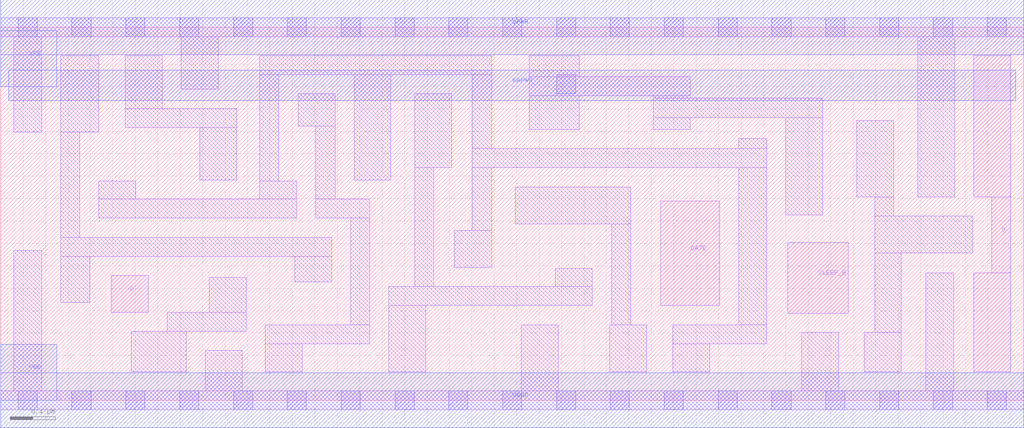
<source format=lef>
# Copyright 2020 The SkyWater PDK Authors
#
# Licensed under the Apache License, Version 2.0 (the "License");
# you may not use this file except in compliance with the License.
# You may obtain a copy of the License at
#
#     https://www.apache.org/licenses/LICENSE-2.0
#
# Unless required by applicable law or agreed to in writing, software
# distributed under the License is distributed on an "AS IS" BASIS,
# WITHOUT WARRANTIES OR CONDITIONS OF ANY KIND, either express or implied.
# See the License for the specific language governing permissions and
# limitations under the License.
#
# SPDX-License-Identifier: Apache-2.0

VERSION 5.5 ;
NAMESCASESENSITIVE ON ;
BUSBITCHARS "[]" ;
DIVIDERCHAR "/" ;
MACRO sky130_fd_sc_lp__srdlxtp_1
  CLASS CORE ;
  SOURCE USER ;
  ORIGIN  0.000000  0.000000 ;
  SIZE  9.120000 BY  3.330000 ;
  SYMMETRY X Y R90 ;
  SITE unit ;
  PIN D
    ANTENNAGATEAREA  0.159000 ;
    DIRECTION INPUT ;
    USE SIGNAL ;
    PORT
      LAYER li1 ;
        RECT 0.985000 0.785000 1.315000 1.115000 ;
    END
  END D
  PIN Q
    ANTENNADIFFAREA  0.598500 ;
    DIRECTION OUTPUT ;
    USE SIGNAL ;
    PORT
      LAYER li1 ;
        RECT 8.675000 0.255000 9.005000 1.135000 ;
        RECT 8.675000 1.815000 9.005000 3.075000 ;
        RECT 8.835000 1.135000 9.005000 1.815000 ;
    END
  END Q
  PIN SLEEP_B
    ANTENNAGATEAREA  0.222000 ;
    DIRECTION INPUT ;
    USE SIGNAL ;
    PORT
      LAYER li1 ;
        RECT 7.015000 0.775000 7.555000 1.410000 ;
    END
  END SLEEP_B
  PIN GATE
    ANTENNAGATEAREA  0.159000 ;
    DIRECTION INPUT ;
    USE CLOCK ;
    PORT
      LAYER li1 ;
        RECT 5.885000 0.845000 6.410000 1.780000 ;
    END
  END GATE
  PIN KAPWR
    ANTENNADIFFAREA  0.867600 ;
    DIRECTION INOUT ;
    USE POWER ;
    PORT
      LAYER met1 ;
        RECT 0.070000 2.675000 9.050000 2.945000 ;
    END
  END KAPWR
  PIN VGND
    DIRECTION INOUT ;
    USE GROUND ;
    PORT
      LAYER met1 ;
        RECT 0.000000 -0.245000 9.120000 0.245000 ;
    END
  END VGND
  PIN VNB
    DIRECTION INOUT ;
    USE GROUND ;
    PORT
      LAYER met1 ;
        RECT 0.000000 0.000000 0.500000 0.500000 ;
    END
  END VNB
  PIN VPB
    DIRECTION INOUT ;
    USE POWER ;
    PORT
      LAYER met1 ;
        RECT 0.000000 2.800000 0.500000 3.300000 ;
    END
  END VPB
  PIN VPWR
    DIRECTION INOUT ;
    USE POWER ;
    PORT
      LAYER met1 ;
        RECT 0.000000 3.085000 9.120000 3.575000 ;
    END
  END VPWR
  OBS
    LAYER li1 ;
      RECT 0.000000 -0.085000 9.120000 0.085000 ;
      RECT 0.000000  3.245000 9.120000 3.415000 ;
      RECT 0.115000  0.085000 0.365000 1.335000 ;
      RECT 0.115000  2.395000 0.365000 3.245000 ;
      RECT 0.535000  0.875000 0.795000 1.285000 ;
      RECT 0.535000  1.285000 2.950000 1.455000 ;
      RECT 0.535000  1.455000 0.705000 2.395000 ;
      RECT 0.535000  2.395000 0.875000 3.075000 ;
      RECT 0.875000  1.625000 2.640000 1.795000 ;
      RECT 0.875000  1.795000 1.205000 1.955000 ;
      RECT 1.110000  2.435000 2.105000 2.605000 ;
      RECT 1.110000  2.605000 1.440000 3.075000 ;
      RECT 1.165000  0.255000 1.655000 0.615000 ;
      RECT 1.485000  0.615000 2.190000 0.785000 ;
      RECT 1.610000  2.775000 1.940000 3.245000 ;
      RECT 1.775000  1.965000 2.105000 2.435000 ;
      RECT 1.825000  0.085000 2.155000 0.445000 ;
      RECT 1.860000  0.785000 2.190000 1.095000 ;
      RECT 2.310000  1.795000 2.640000 1.955000 ;
      RECT 2.310000  1.955000 2.480000 2.905000 ;
      RECT 2.310000  2.905000 4.375000 3.075000 ;
      RECT 2.360000  0.255000 2.690000 0.505000 ;
      RECT 2.360000  0.505000 3.290000 0.675000 ;
      RECT 2.620000  1.055000 2.950000 1.285000 ;
      RECT 2.650000  2.445000 2.980000 2.735000 ;
      RECT 2.810000  1.625000 3.290000 1.795000 ;
      RECT 2.810000  1.795000 2.980000 2.445000 ;
      RECT 3.120000  0.675000 3.290000 1.625000 ;
      RECT 3.150000  1.965000 3.475000 2.905000 ;
      RECT 3.460000  0.255000 3.790000 0.845000 ;
      RECT 3.460000  0.845000 5.275000 1.015000 ;
      RECT 3.690000  1.015000 3.860000 2.075000 ;
      RECT 3.690000  2.075000 4.020000 2.735000 ;
      RECT 4.045000  1.185000 4.375000 1.515000 ;
      RECT 4.205000  1.515000 4.375000 2.075000 ;
      RECT 4.205000  2.075000 6.830000 2.245000 ;
      RECT 4.205000  2.245000 4.375000 2.905000 ;
      RECT 4.585000  1.575000 5.615000 1.905000 ;
      RECT 4.640000  0.085000 4.970000 0.675000 ;
      RECT 4.710000  2.415000 5.155000 2.720000 ;
      RECT 4.710000  2.720000 6.145000 2.890000 ;
      RECT 4.710000  2.890000 5.155000 3.075000 ;
      RECT 4.945000  1.015000 5.275000 1.175000 ;
      RECT 5.430000  0.255000 5.760000 0.675000 ;
      RECT 5.445000  0.675000 5.615000 1.575000 ;
      RECT 5.815000  2.415000 6.145000 2.525000 ;
      RECT 5.815000  2.525000 7.330000 2.695000 ;
      RECT 5.815000  2.695000 6.145000 2.720000 ;
      RECT 5.990000  0.255000 6.320000 0.505000 ;
      RECT 5.990000  0.505000 6.830000 0.675000 ;
      RECT 6.580000  0.675000 6.830000 2.075000 ;
      RECT 6.580000  2.245000 6.830000 2.335000 ;
      RECT 7.000000  1.655000 7.330000 2.525000 ;
      RECT 7.140000  0.085000 7.470000 0.605000 ;
      RECT 7.630000  1.815000 7.960000 2.495000 ;
      RECT 7.700000  0.255000 8.030000 0.605000 ;
      RECT 7.790000  0.605000 8.030000 1.315000 ;
      RECT 7.790000  1.315000 8.665000 1.645000 ;
      RECT 7.790000  1.645000 7.960000 1.815000 ;
      RECT 8.175000  1.815000 8.505000 3.245000 ;
      RECT 8.245000  0.085000 8.495000 1.135000 ;
    LAYER mcon ;
      RECT 0.155000 -0.085000 0.325000 0.085000 ;
      RECT 0.155000  3.245000 0.325000 3.415000 ;
      RECT 0.635000 -0.085000 0.805000 0.085000 ;
      RECT 0.635000  3.245000 0.805000 3.415000 ;
      RECT 1.115000 -0.085000 1.285000 0.085000 ;
      RECT 1.115000  3.245000 1.285000 3.415000 ;
      RECT 1.595000 -0.085000 1.765000 0.085000 ;
      RECT 1.595000  3.245000 1.765000 3.415000 ;
      RECT 2.075000 -0.085000 2.245000 0.085000 ;
      RECT 2.075000  3.245000 2.245000 3.415000 ;
      RECT 2.555000 -0.085000 2.725000 0.085000 ;
      RECT 2.555000  3.245000 2.725000 3.415000 ;
      RECT 3.035000 -0.085000 3.205000 0.085000 ;
      RECT 3.035000  3.245000 3.205000 3.415000 ;
      RECT 3.515000 -0.085000 3.685000 0.085000 ;
      RECT 3.515000  3.245000 3.685000 3.415000 ;
      RECT 3.995000 -0.085000 4.165000 0.085000 ;
      RECT 3.995000  3.245000 4.165000 3.415000 ;
      RECT 4.475000 -0.085000 4.645000 0.085000 ;
      RECT 4.475000  3.245000 4.645000 3.415000 ;
      RECT 4.955000 -0.085000 5.125000 0.085000 ;
      RECT 4.955000  2.735000 5.125000 2.905000 ;
      RECT 4.955000  3.245000 5.125000 3.415000 ;
      RECT 5.435000 -0.085000 5.605000 0.085000 ;
      RECT 5.435000  3.245000 5.605000 3.415000 ;
      RECT 5.915000 -0.085000 6.085000 0.085000 ;
      RECT 5.915000  3.245000 6.085000 3.415000 ;
      RECT 6.395000 -0.085000 6.565000 0.085000 ;
      RECT 6.395000  3.245000 6.565000 3.415000 ;
      RECT 6.875000 -0.085000 7.045000 0.085000 ;
      RECT 6.875000  3.245000 7.045000 3.415000 ;
      RECT 7.355000 -0.085000 7.525000 0.085000 ;
      RECT 7.355000  3.245000 7.525000 3.415000 ;
      RECT 7.835000 -0.085000 8.005000 0.085000 ;
      RECT 7.835000  3.245000 8.005000 3.415000 ;
      RECT 8.315000 -0.085000 8.485000 0.085000 ;
      RECT 8.315000  3.245000 8.485000 3.415000 ;
      RECT 8.795000 -0.085000 8.965000 0.085000 ;
      RECT 8.795000  3.245000 8.965000 3.415000 ;
  END
END sky130_fd_sc_lp__srdlxtp_1
END LIBRARY

</source>
